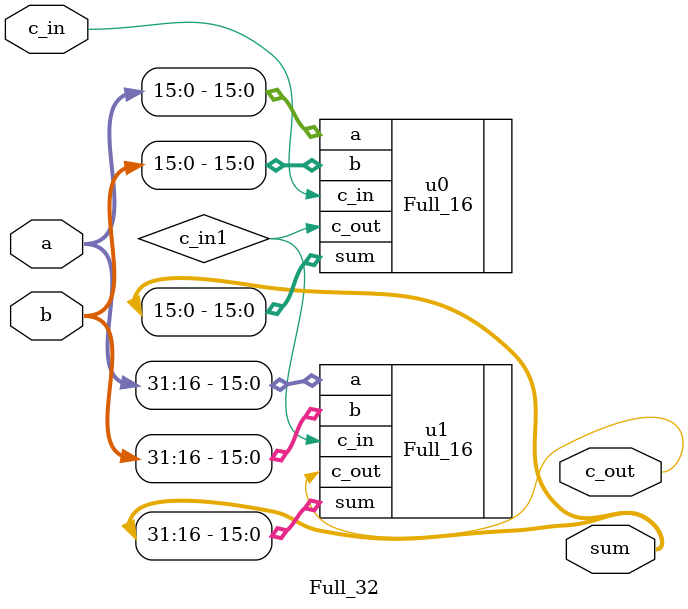
<source format=v>
`timescale 1ns / 1ps


module Full_32(
    input [31:0] a,
    input [31:0] b,
    output [31:0] sum,
    input c_in,
    output c_out
    );
    
    wire c_in1, c_in2, c_in3;
    
    Full_16 u0 (.sum(sum[15:0]), .c_out(c_in1), .a(a[15:0]), .b(b[15:0]), .c_in(c_in));
    Full_16 u1 (.sum(sum[31:16]), .c_out(c_out), .a(a[31:16]), .b(b[31:16]), .c_in(c_in1));
endmodule

</source>
